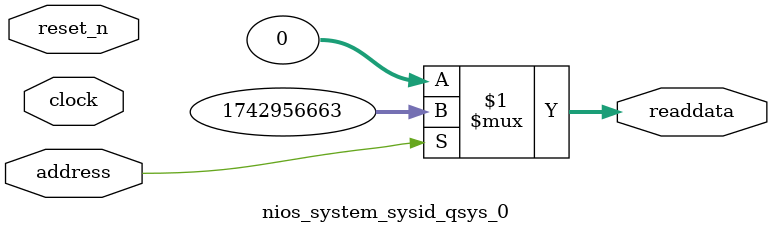
<source format=v>



// synthesis translate_off
`timescale 1ns / 1ps
// synthesis translate_on

// turn off superfluous verilog processor warnings 
// altera message_level Level1 
// altera message_off 10034 10035 10036 10037 10230 10240 10030 

module nios_system_sysid_qsys_0 (
               // inputs:
                address,
                clock,
                reset_n,

               // outputs:
                readdata
             )
;

  output  [ 31: 0] readdata;
  input            address;
  input            clock;
  input            reset_n;

  wire    [ 31: 0] readdata;
  //control_slave, which is an e_avalon_slave
  assign readdata = address ? 1742956663 : 0;

endmodule



</source>
